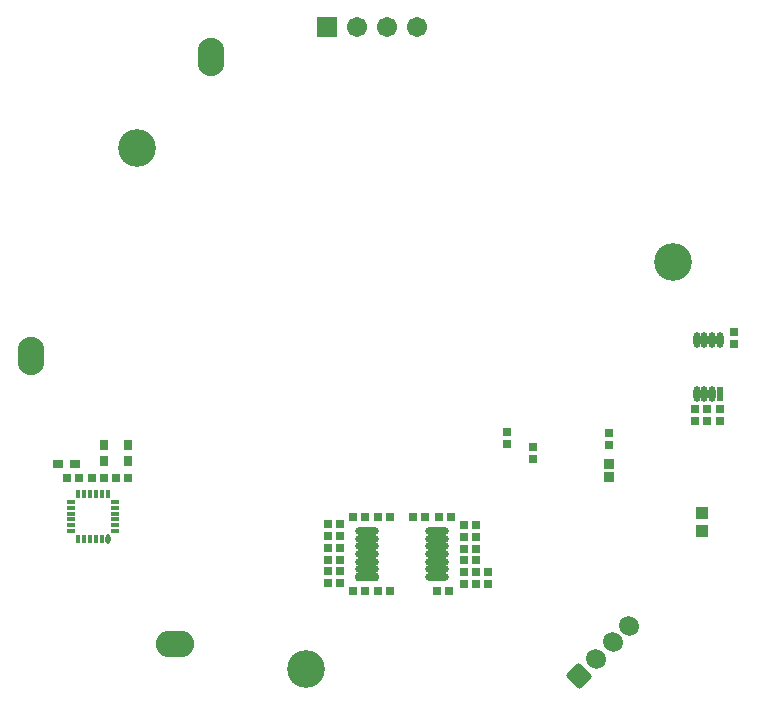
<source format=gbs>
G04*
G04 #@! TF.GenerationSoftware,Altium Limited,Altium Designer,19.1.5 (86)*
G04*
G04 Layer_Color=16711935*
%FSLAX25Y25*%
%MOIN*%
G70*
G01*
G75*
%ADD47R,0.02800X0.03800*%
%ADD51R,0.03000X0.03000*%
%ADD53R,0.03000X0.03000*%
%ADD55R,0.03800X0.02800*%
%ADD79C,0.06706*%
%ADD80R,0.06706X0.06706*%
G04:AMPARAMS|DCode=81|XSize=63mil|YSize=68mil|CornerRadius=0mil|HoleSize=0mil|Usage=FLASHONLY|Rotation=45.000|XOffset=0mil|YOffset=0mil|HoleType=Round|Shape=Round|*
%AMOVALD81*
21,1,0.00500,0.06300,0.00000,0.00000,135.0*
1,1,0.06300,0.00177,-0.00177*
1,1,0.06300,-0.00177,0.00177*
%
%ADD81OVALD81*%

G04:AMPARAMS|DCode=82|XSize=63mil|YSize=68mil|CornerRadius=10.88mil|HoleSize=0mil|Usage=FLASHONLY|Rotation=45.000|XOffset=0mil|YOffset=0mil|HoleType=Round|Shape=RoundedRectangle|*
%AMROUNDEDRECTD82*
21,1,0.06300,0.04625,0,0,45.0*
21,1,0.04125,0.06800,0,0,45.0*
1,1,0.02175,0.03094,-0.00177*
1,1,0.02175,0.00177,-0.03094*
1,1,0.02175,-0.03094,0.00177*
1,1,0.02175,-0.00177,0.03094*
%
%ADD82ROUNDEDRECTD82*%
%ADD83C,0.12611*%
%ADD150R,0.04000X0.04300*%
%ADD151O,0.12800X0.08800*%
%ADD152O,0.08800X0.12800*%
%ADD153R,0.03162X0.01784*%
%ADD154R,0.01784X0.03162*%
%ADD155O,0.01784X0.03162*%
%ADD156R,0.02400X0.05131*%
%ADD157O,0.02400X0.05131*%
%ADD158O,0.07800X0.02700*%
G04:AMPARAMS|DCode=159|XSize=27mil|YSize=78mil|CornerRadius=8.75mil|HoleSize=0mil|Usage=FLASHONLY|Rotation=90.000|XOffset=0mil|YOffset=0mil|HoleType=Round|Shape=RoundedRectangle|*
%AMROUNDEDRECTD159*
21,1,0.02700,0.06050,0,0,90.0*
21,1,0.00950,0.07800,0,0,90.0*
1,1,0.01750,0.03025,0.00475*
1,1,0.01750,0.03025,-0.00475*
1,1,0.01750,-0.03025,-0.00475*
1,1,0.01750,-0.03025,0.00475*
%
%ADD159ROUNDEDRECTD159*%
%ADD160R,0.03300X0.03300*%
D47*
X-89400Y-33900D02*
D03*
Y-28500D02*
D03*
X-81400Y-33900D02*
D03*
Y-28500D02*
D03*
D51*
X111820Y-20565D02*
D03*
Y-16565D02*
D03*
X120800Y5100D02*
D03*
Y9100D02*
D03*
X107520Y-20565D02*
D03*
Y-16565D02*
D03*
X116121Y-20565D02*
D03*
Y-16565D02*
D03*
X38809Y-74800D02*
D03*
Y-70800D02*
D03*
X45100Y-24100D02*
D03*
Y-28100D02*
D03*
X53694Y-29000D02*
D03*
Y-33000D02*
D03*
X78900Y-28400D02*
D03*
Y-24400D02*
D03*
D53*
X-101600Y-39300D02*
D03*
X-97600D02*
D03*
X-85300D02*
D03*
X-81300D02*
D03*
X-93400D02*
D03*
X-89400D02*
D03*
X6109Y-52600D02*
D03*
X2109D02*
D03*
X13809Y-52500D02*
D03*
X17809D02*
D03*
X6109Y-77000D02*
D03*
X2109D02*
D03*
X25509D02*
D03*
X21509D02*
D03*
X30609Y-66900D02*
D03*
X34609D02*
D03*
Y-70800D02*
D03*
X30609D02*
D03*
X34609Y-74700D02*
D03*
X30609D02*
D03*
X34609Y-63004D02*
D03*
X30609D02*
D03*
Y-59104D02*
D03*
X34609D02*
D03*
X22209Y-52500D02*
D03*
X26209D02*
D03*
X30609Y-55204D02*
D03*
X34609D02*
D03*
X-2291Y-52600D02*
D03*
X-6291D02*
D03*
X-10691Y-54950D02*
D03*
X-14691D02*
D03*
X-10691Y-58823D02*
D03*
X-14691D02*
D03*
Y-62750D02*
D03*
X-10691D02*
D03*
X-2291Y-77000D02*
D03*
X-6291D02*
D03*
X-14691Y-66691D02*
D03*
X-10691D02*
D03*
Y-70600D02*
D03*
X-14691D02*
D03*
X-10691Y-74350D02*
D03*
X-14691D02*
D03*
D55*
X-99157Y-34859D02*
D03*
X-104557D02*
D03*
D79*
X15000Y110900D02*
D03*
X5000D02*
D03*
X-5000D02*
D03*
D80*
X-15000D02*
D03*
D81*
X85815Y-88638D02*
D03*
X74679Y-99773D02*
D03*
X80247Y-94205D02*
D03*
D82*
X69112Y-105341D02*
D03*
D83*
X100161Y32544D02*
D03*
X-21896Y-103014D02*
D03*
X-78264Y70469D02*
D03*
D150*
X110100Y-51100D02*
D03*
Y-57100D02*
D03*
D151*
X-65700Y-94700D02*
D03*
D152*
X-113600Y1300D02*
D03*
X-53700Y100900D02*
D03*
D153*
X-85520Y-57221D02*
D03*
Y-55253D02*
D03*
Y-53284D02*
D03*
Y-51316D02*
D03*
Y-49347D02*
D03*
Y-47379D02*
D03*
X-100480D02*
D03*
Y-49347D02*
D03*
Y-51316D02*
D03*
Y-53284D02*
D03*
Y-55253D02*
D03*
Y-57221D02*
D03*
D154*
X-88079Y-44820D02*
D03*
X-90047D02*
D03*
X-92016D02*
D03*
X-93984D02*
D03*
X-95953D02*
D03*
X-97921D02*
D03*
Y-59780D02*
D03*
X-95953D02*
D03*
X-93984D02*
D03*
X-92016D02*
D03*
X-90047D02*
D03*
D155*
X-88079D02*
D03*
D156*
X115859Y-11465D02*
D03*
D157*
X113300D02*
D03*
X108182Y6535D02*
D03*
X113300D02*
D03*
X110741D02*
D03*
X115859D02*
D03*
X108182Y-11465D02*
D03*
X110741D02*
D03*
D158*
X21509Y-72477D02*
D03*
Y-62241D02*
D03*
X-1691Y-64800D02*
D03*
X21509Y-69918D02*
D03*
Y-67359D02*
D03*
X-1691Y-69918D02*
D03*
Y-59682D02*
D03*
Y-57123D02*
D03*
Y-67359D02*
D03*
X21509Y-64800D02*
D03*
X-1691Y-62241D02*
D03*
X21509Y-57123D02*
D03*
Y-59682D02*
D03*
D159*
X-1691Y-72477D02*
D03*
D160*
X78869Y-34918D02*
D03*
Y-39118D02*
D03*
M02*

</source>
